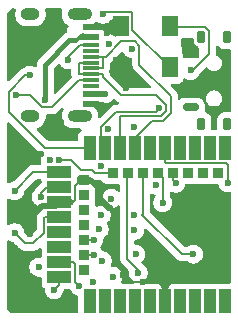
<source format=gbr>
%TF.GenerationSoftware,KiCad,Pcbnew,9.0.0*%
%TF.CreationDate,2025-08-18T16:34:53+09:00*%
%TF.ProjectId,SMORES,534d4f52-4553-42e6-9b69-6361645f7063,rev?*%
%TF.SameCoordinates,Original*%
%TF.FileFunction,Copper,L4,Bot*%
%TF.FilePolarity,Positive*%
%FSLAX46Y46*%
G04 Gerber Fmt 4.6, Leading zero omitted, Abs format (unit mm)*
G04 Created by KiCad (PCBNEW 9.0.0) date 2025-08-18 16:34:53*
%MOMM*%
%LPD*%
G01*
G04 APERTURE LIST*
G04 Aperture macros list*
%AMRoundRect*
0 Rectangle with rounded corners*
0 $1 Rounding radius*
0 $2 $3 $4 $5 $6 $7 $8 $9 X,Y pos of 4 corners*
0 Add a 4 corners polygon primitive as box body*
4,1,4,$2,$3,$4,$5,$6,$7,$8,$9,$2,$3,0*
0 Add four circle primitives for the rounded corners*
1,1,$1+$1,$2,$3*
1,1,$1+$1,$4,$5*
1,1,$1+$1,$6,$7*
1,1,$1+$1,$8,$9*
0 Add four rect primitives between the rounded corners*
20,1,$1+$1,$2,$3,$4,$5,0*
20,1,$1+$1,$4,$5,$6,$7,0*
20,1,$1+$1,$6,$7,$8,$9,0*
20,1,$1+$1,$8,$9,$2,$3,0*%
G04 Aperture macros list end*
%TA.AperFunction,Conductor*%
%ADD10C,0.200000*%
%TD*%
%TA.AperFunction,SMDPad,CuDef*%
%ADD11RoundRect,0.150000X-0.500000X0.150000X-0.500000X-0.150000X0.500000X-0.150000X0.500000X0.150000X0*%
%TD*%
%TA.AperFunction,SMDPad,CuDef*%
%ADD12RoundRect,0.175000X-0.175000X0.350000X-0.175000X-0.350000X0.175000X-0.350000X0.175000X0.350000X0*%
%TD*%
%TA.AperFunction,SMDPad,CuDef*%
%ADD13R,1.350000X1.800000*%
%TD*%
%TA.AperFunction,SMDPad,CuDef*%
%ADD14R,1.450000X0.600000*%
%TD*%
%TA.AperFunction,SMDPad,CuDef*%
%ADD15R,1.450000X0.300000*%
%TD*%
%TA.AperFunction,HeatsinkPad*%
%ADD16O,1.600000X1.000000*%
%TD*%
%TA.AperFunction,HeatsinkPad*%
%ADD17O,2.100000X1.000000*%
%TD*%
%TA.AperFunction,SMDPad,CuDef*%
%ADD18R,1.000000X2.000000*%
%TD*%
%TA.AperFunction,SMDPad,CuDef*%
%ADD19R,2.000000X1.000000*%
%TD*%
%TA.AperFunction,SMDPad,CuDef*%
%ADD20R,0.900000X0.900000*%
%TD*%
%TA.AperFunction,ViaPad*%
%ADD21C,0.600000*%
%TD*%
%TA.AperFunction,Conductor*%
%ADD22C,0.500000*%
%TD*%
%TA.AperFunction,Conductor*%
%ADD23C,0.400000*%
%TD*%
G04 APERTURE END LIST*
D10*
%TO.N,VBUS*%
X172240000Y-78080000D02*
X171796667Y-78080000D01*
X171523042Y-78318571D01*
X171250000Y-78318571D01*
X171250000Y-78178571D01*
X171570000Y-78178571D01*
X172060000Y-77688571D01*
X172240000Y-77688571D01*
X172240000Y-78080000D01*
%TA.AperFunction,Conductor*%
G36*
X172240000Y-78080000D02*
G01*
X171796667Y-78080000D01*
X171523042Y-78318571D01*
X171250000Y-78318571D01*
X171250000Y-78178571D01*
X171570000Y-78178571D01*
X172060000Y-77688571D01*
X172240000Y-77688571D01*
X172240000Y-78080000D01*
G37*
%TD.AperFunction*%
%TO.N,Net-(SW1-A)*%
X181500000Y-78505556D02*
X181850000Y-78850694D01*
X181850000Y-79600000D01*
X180700000Y-79600000D01*
X180500000Y-78450437D01*
X180500000Y-78100000D01*
X181500000Y-78100000D01*
X181500000Y-78505556D01*
%TA.AperFunction,Conductor*%
G36*
X181500000Y-78505556D02*
G01*
X181850000Y-78850694D01*
X181850000Y-79600000D01*
X180700000Y-79600000D01*
X180500000Y-78450437D01*
X180500000Y-78100000D01*
X181500000Y-78100000D01*
X181500000Y-78505556D01*
G37*
%TD.AperFunction*%
%TD*%
D11*
%TO.P,SW1,1,A*%
%TO.N,Net-(SW1-A)*%
X181300000Y-79375000D03*
%TO.P,SW1,2,B*%
%TO.N,GND*%
X181300000Y-82375000D03*
%TO.P,SW1,3,C*%
%TO.N,unconnected-(SW1-C-Pad3)*%
X181300000Y-83875000D03*
D12*
%TO.P,SW1,SH*%
%TO.N,N/C*%
X184350000Y-77950000D03*
X182150000Y-77950000D03*
X184350000Y-85300000D03*
X182150000Y-85300000D03*
%TD*%
D13*
%TO.P,SW3,1,1*%
%TO.N,GND*%
X175325000Y-77000000D03*
%TO.P,SW3,2,2*%
%TO.N,SW0*%
X179475000Y-77000000D03*
%TD*%
%TO.P,SW2,1,1*%
%TO.N,GND*%
X175325000Y-80500000D03*
%TO.P,SW2,2,2*%
%TO.N,RESET*%
X179475000Y-80500000D03*
%TD*%
D14*
%TO.P,J1,A1,GND*%
%TO.N,GND*%
X172795000Y-83580000D03*
%TO.P,J1,A4,VBUS*%
%TO.N,VBUS*%
X172795000Y-82780000D03*
D15*
%TO.P,J1,A5,CC1*%
%TO.N,Net-(J1-CC1)*%
X172795000Y-81580000D03*
%TO.P,J1,A6,D+*%
%TO.N,D+*%
X172795000Y-80580000D03*
%TO.P,J1,A7,D-*%
%TO.N,D-*%
X172795000Y-80080000D03*
%TO.P,J1,A8*%
%TO.N,N/C*%
X172795000Y-79080000D03*
D14*
%TO.P,J1,A9,VBUS*%
%TO.N,VBUS*%
X172795000Y-77880000D03*
%TO.P,J1,A12,GND*%
%TO.N,GND*%
X172795000Y-77080000D03*
%TO.P,J1,B1,GND*%
X172795000Y-77080000D03*
%TO.P,J1,B4,VBUS*%
%TO.N,VBUS*%
X172795000Y-77880000D03*
D15*
%TO.P,J1,B5,CC2*%
%TO.N,Net-(J1-CC2)*%
X172795000Y-78580000D03*
%TO.P,J1,B6,D+*%
%TO.N,D+*%
X172795000Y-79580000D03*
%TO.P,J1,B7,D-*%
%TO.N,D-*%
X172795000Y-81080000D03*
%TO.P,J1,B8*%
%TO.N,N/C*%
X172795000Y-82080000D03*
D14*
%TO.P,J1,B9,VBUS*%
%TO.N,VBUS*%
X172795000Y-82780000D03*
%TO.P,J1,B12,GND*%
%TO.N,GND*%
X172795000Y-83580000D03*
D16*
%TO.P,J1,S1,SHIELD*%
%TO.N,unconnected-(J1-SHIELD-PadS1)_3*%
X167700000Y-84650000D03*
D17*
%TO.N,unconnected-(J1-SHIELD-PadS1)_2*%
X171880000Y-84650000D03*
D16*
%TO.N,unconnected-(J1-SHIELD-PadS1)_1*%
X167700000Y-76010000D03*
D17*
%TO.N,unconnected-(J1-SHIELD-PadS1)*%
X171880000Y-76010000D03*
%TD*%
D18*
%TO.P,U7,1,P1.11*%
%TO.N,unconnected-(U7-P1.11-Pad1)*%
X184170000Y-100300000D03*
%TO.P,U7,2,P1.10*%
%TO.N,unconnected-(U7-P1.10-Pad2)*%
X182900000Y-100300000D03*
%TO.P,U7,3,P0.03/AIN1*%
%TO.N,unconnected-(U7-P0.03{slash}AIN1-Pad3)*%
X181630000Y-100300000D03*
%TO.P,U7,4,P0.28/AIN4*%
%TO.N,unconnected-(U7-P0.28{slash}AIN4-Pad4)*%
X180360000Y-100300000D03*
%TO.P,U7,5,GND*%
%TO.N,GND*%
X179090000Y-100300000D03*
%TO.P,U7,6,P1.13*%
%TO.N,unconnected-(U7-P1.13-Pad6)*%
X177820000Y-100300000D03*
%TO.P,U7,7,P0.02/AIN0*%
%TO.N,unconnected-(U7-P0.02{slash}AIN0-Pad7)*%
X176550000Y-100300000D03*
%TO.P,U7,8,P0.29/AIN5*%
%TO.N,unconnected-(U7-P0.29{slash}AIN5-Pad8)*%
X175280000Y-100300000D03*
%TO.P,U7,9,P0.31/AIN7*%
%TO.N,unconnected-(U7-P0.31{slash}AIN7-Pad9)*%
X174010000Y-100300000D03*
%TO.P,U7,10,P0.30/AIN6*%
%TO.N,unconnected-(U7-P0.30{slash}AIN6-Pad10)*%
X172740000Y-100300000D03*
D19*
%TO.P,U7,11,P0.00/XL1*%
%TO.N,Net-(U7-P0.00{slash}XL1)*%
X170140000Y-98240000D03*
D20*
%TO.P,U7,12,P0.26*%
%TO.N,unconnected-(U7-P0.26-Pad12)*%
X172240000Y-97610000D03*
D19*
%TO.P,U7,13,P0.01/XL2*%
%TO.N,Net-(U7-P0.01{slash}XL2)*%
X170140000Y-96970000D03*
D20*
%TO.P,U7,14,P0.06*%
%TO.N,SDA*%
X172240000Y-96340000D03*
D19*
%TO.P,U7,15,P0.05/AIN3*%
%TO.N,unconnected-(U7-P0.05{slash}AIN3-Pad15)*%
X170140000Y-95700000D03*
D20*
%TO.P,U7,16,P0.08*%
%TO.N,SCL*%
X172240000Y-95070000D03*
D19*
%TO.P,U7,17,P1.09*%
%TO.N,unconnected-(U7-P1.09-Pad17)*%
X170140000Y-94430000D03*
D20*
%TO.P,U7,18,P0.04/AIN2*%
%TO.N,unconnected-(U7-P0.04{slash}AIN2-Pad18)*%
X172240000Y-93800000D03*
D19*
%TO.P,U7,19,VDD*%
%TO.N,VDD_NRF*%
X170140000Y-93160000D03*
D20*
%TO.P,U7,20,P0.12*%
%TO.N,unconnected-(U7-P0.12-Pad20)*%
X172240000Y-92530000D03*
D19*
%TO.P,U7,21,GND*%
%TO.N,GND*%
X170140000Y-91890000D03*
D20*
%TO.P,U7,22,P0.07*%
%TO.N,unconnected-(U7-P0.07-Pad22)*%
X172240000Y-91260000D03*
D19*
%TO.P,U7,23,VDDH*%
%TO.N,VDDH*%
X170140000Y-90620000D03*
D20*
%TO.P,U7,24,GND*%
%TO.N,GND*%
X172240000Y-89990000D03*
D19*
%TO.P,U7,25,DCCH*%
%TO.N,Net-(U7-DCCH)*%
X170140000Y-89350000D03*
D18*
%TO.P,U7,26,P0.18/~{RESET}*%
%TO.N,RESET*%
X172740000Y-87300000D03*
%TO.P,U7,27,VBUS*%
%TO.N,VBUS*%
X174010000Y-87300000D03*
D20*
%TO.P,U7,28,P0.15*%
%TO.N,BLED*%
X174645000Y-89400000D03*
D18*
%TO.P,U7,29,D-*%
%TO.N,D-*%
X175280000Y-87300000D03*
D20*
%TO.P,U7,30,P0.17*%
%TO.N,INT1*%
X175915000Y-89400000D03*
D18*
%TO.P,U7,31,D+*%
%TO.N,D+*%
X176550000Y-87300000D03*
D20*
%TO.P,U7,32,P0.20*%
%TO.N,CLK_CTL*%
X177185000Y-89400000D03*
D18*
%TO.P,U7,33,P0.13*%
%TO.N,POWER_PIN*%
X177820000Y-87300000D03*
D20*
%TO.P,U7,34,P0.22*%
%TO.N,CS*%
X178455000Y-89400000D03*
D18*
%TO.P,U7,35,P0.24*%
%TO.N,SDO*%
X179090000Y-87300000D03*
D20*
%TO.P,U7,36,P1.00*%
%TO.N,SW0*%
X179725000Y-89400000D03*
D18*
%TO.P,U7,37,SWDIO*%
%TO.N,SWD*%
X180360000Y-87300000D03*
D20*
%TO.P,U7,38,P1.02*%
%TO.N,unconnected-(U7-P1.02-Pad38)*%
X180995000Y-89400000D03*
D18*
%TO.P,U7,39,SWDCLK*%
%TO.N,SWC*%
X181630000Y-87300000D03*
D20*
%TO.P,U7,40,P1.04*%
%TO.N,unconnected-(U7-P1.04-Pad40)*%
X182265000Y-89400000D03*
D18*
%TO.P,U7,41,P0.09/NFC1*%
%TO.N,unconnected-(U7-P0.09{slash}NFC1-Pad41)*%
X182900000Y-87300000D03*
D20*
%TO.P,U7,42,P1.06*%
%TO.N,unconnected-(U7-P1.06-Pad42)*%
X183535000Y-89400000D03*
D18*
%TO.P,U7,43,P0.10/NFC2*%
%TO.N,unconnected-(U7-P0.10{slash}NFC2-Pad43)*%
X184170000Y-87300000D03*
%TD*%
D21*
%TO.N,VDDH*%
X176500000Y-85550000D03*
X168600000Y-91450000D03*
%TO.N,GND*%
X174200000Y-77600000D03*
X175750000Y-82250000D03*
X176500000Y-93000000D03*
X170300000Y-85100000D03*
X181850000Y-93850000D03*
X179450000Y-98250000D03*
X184050000Y-81750000D03*
X167350000Y-79500000D03*
X180750000Y-98250000D03*
X180100000Y-98250000D03*
X166650000Y-78100000D03*
X167650000Y-87850000D03*
X166650000Y-79500000D03*
X183350000Y-81750000D03*
X168050000Y-78100000D03*
X174300000Y-85750000D03*
X184350000Y-95400000D03*
X175500000Y-98100000D03*
X181850000Y-93100000D03*
X181400000Y-98250000D03*
X184350000Y-96800000D03*
X168050000Y-79500000D03*
X168050000Y-78800000D03*
X167150000Y-96500000D03*
X170900000Y-80950000D03*
X167150000Y-99850000D03*
X168450000Y-100650000D03*
X182650000Y-81750000D03*
X181850000Y-94550000D03*
X167677088Y-94577088D03*
X166650000Y-78800000D03*
X166400000Y-95800000D03*
X183250000Y-85350000D03*
X168600000Y-87850000D03*
X166400000Y-97200000D03*
X184350000Y-97500000D03*
X177250000Y-98650000D03*
X173750000Y-83650000D03*
X167350000Y-78800000D03*
X167350000Y-78100000D03*
X184350000Y-96100000D03*
X166400000Y-99850000D03*
X174425735Y-92425735D03*
X166400000Y-96500000D03*
%TO.N,VBUS*%
X174025000Y-82725000D03*
X178582318Y-83968243D03*
X174550000Y-91600000D03*
X168950000Y-83250000D03*
%TO.N,Net-(U7-P0.01{slash}XL2)*%
X171800000Y-99000000D03*
%TO.N,Net-(U7-P0.00{slash}XL1)*%
X169700000Y-99300000D03*
%TO.N,Net-(U7-DCCH)*%
X166350000Y-90950000D03*
%TO.N,VDD_NRF*%
X166350000Y-94500000D03*
%TO.N,+3V3*%
X176500000Y-94290500D03*
X173700000Y-93000000D03*
X169350000Y-88300000D03*
X173000000Y-98700000D03*
X174700000Y-98200000D03*
X176600000Y-96300000D03*
X168400000Y-97400000D03*
%TO.N,BLED*%
X170148437Y-88349998D03*
%TO.N,Net-(J1-CC1)*%
X166450000Y-82800000D03*
%TO.N,Net-(J1-CC2)*%
X170900000Y-79850000D03*
%TO.N,Net-(JP1-B)*%
X178300000Y-90450000D03*
X176300000Y-78900000D03*
%TO.N,Net-(JP1-A)*%
X173650000Y-88850000D03*
X174350000Y-78500000D03*
%TO.N,SDO*%
X173775000Y-96875000D03*
X184400000Y-90250000D03*
%TO.N,SDA*%
X173050000Y-96350000D03*
%TO.N,CS*%
X173517250Y-94182750D03*
X178891051Y-91947017D03*
%TO.N,SCL*%
X173070000Y-95070000D03*
%TO.N,RESET*%
X173850000Y-76000000D03*
X167650000Y-81150000D03*
%TO.N,SW0*%
X181250000Y-80750000D03*
X180000000Y-90300000D03*
%TO.N,INT1*%
X176820000Y-97880000D03*
%TO.N,CLK_CTL*%
X181500000Y-96300000D03*
%TO.N,Net-(SW1-A)*%
X181300000Y-78350000D03*
X180700000Y-78350000D03*
%TD*%
D10*
%TO.N,VDDH*%
X169130000Y-90620000D02*
X170140000Y-90620000D01*
X168600000Y-91450000D02*
X168600000Y-91150000D01*
X168600000Y-91150000D02*
X169130000Y-90620000D01*
D22*
%TO.N,GND*%
X168689000Y-92209000D02*
X167677088Y-93220912D01*
X173550000Y-91662075D02*
X173550000Y-90768000D01*
D10*
X171340000Y-91890000D02*
X171489000Y-91741000D01*
D22*
X173550000Y-90768000D02*
X172772000Y-89990000D01*
X172795000Y-77080000D02*
X173922000Y-77080000D01*
X169821000Y-92209000D02*
X168689000Y-92209000D01*
X167677088Y-93220912D02*
X167677088Y-94577088D01*
X174200000Y-77358000D02*
X174200000Y-77600000D01*
D10*
X175800000Y-98100000D02*
X175500000Y-98100000D01*
D22*
X172772000Y-89990000D02*
X172240000Y-89990000D01*
X170140000Y-91890000D02*
X169821000Y-92209000D01*
D10*
X171489000Y-91741000D02*
X171489000Y-90509000D01*
X170140000Y-91890000D02*
X171340000Y-91890000D01*
D22*
X174313660Y-92425735D02*
X173550000Y-91662075D01*
X173922000Y-77080000D02*
X174200000Y-77358000D01*
D10*
X176350000Y-98650000D02*
X175800000Y-98100000D01*
X171489000Y-90509000D02*
X172008000Y-89990000D01*
X172008000Y-89990000D02*
X172240000Y-89990000D01*
X177250000Y-98650000D02*
X176350000Y-98650000D01*
D22*
X174425735Y-92425735D02*
X174313660Y-92425735D01*
D23*
%TO.N,VBUS*%
X168950000Y-83250000D02*
X168950000Y-80262570D01*
D10*
X171866008Y-77880000D02*
X171630008Y-78116000D01*
X178300561Y-84250000D02*
X174950057Y-84250000D01*
X173699000Y-85501057D02*
X173699000Y-86989000D01*
X174950057Y-84250000D02*
X173699000Y-85501057D01*
D23*
X170996570Y-78216000D02*
X171473480Y-78216000D01*
D10*
X178582318Y-83968243D02*
X178300561Y-84250000D01*
X168950000Y-80300000D02*
X168950000Y-83250000D01*
D23*
X168950000Y-80262570D02*
X170996570Y-78216000D01*
D22*
X173970000Y-82780000D02*
X174025000Y-82725000D01*
D10*
X171630008Y-78116000D02*
X171134000Y-78116000D01*
D22*
X172795000Y-82780000D02*
X173970000Y-82780000D01*
D10*
X173699000Y-86989000D02*
X174010000Y-87300000D01*
X171134000Y-78116000D02*
X168950000Y-80300000D01*
X172795000Y-77880000D02*
X171866008Y-77880000D01*
%TO.N,Net-(U7-P0.01{slash}XL2)*%
X171467250Y-98667250D02*
X171800000Y-99000000D01*
X171467250Y-97119000D02*
X171467250Y-98667250D01*
X171318250Y-96970000D02*
X171467250Y-97119000D01*
X170118250Y-96970000D02*
X171318250Y-96970000D01*
%TO.N,Net-(U7-P0.00{slash}XL1)*%
X170118250Y-98881750D02*
X169700000Y-99300000D01*
X170118250Y-98240000D02*
X170118250Y-98881750D01*
%TO.N,Net-(U7-DCCH)*%
X167950000Y-89350000D02*
X170140000Y-89350000D01*
X166350000Y-90950000D02*
X167950000Y-89350000D01*
%TO.N,VDD_NRF*%
X168839000Y-94511000D02*
X168839000Y-93261000D01*
X168839000Y-93261000D02*
X168940000Y-93160000D01*
X168940000Y-93160000D02*
X170140000Y-93160000D01*
X166350000Y-94500000D02*
X167250000Y-95400000D01*
X167950000Y-95400000D02*
X168839000Y-94511000D01*
X167250000Y-95400000D02*
X167950000Y-95400000D01*
%TO.N,BLED*%
X171149998Y-88349998D02*
X171951000Y-89151000D01*
X171951000Y-89151000D02*
X172870898Y-89151000D01*
X170148437Y-88349998D02*
X171149998Y-88349998D01*
X172870898Y-89151000D02*
X173170898Y-89451000D01*
X174594000Y-89451000D02*
X174645000Y-89400000D01*
X173170898Y-89451000D02*
X174594000Y-89451000D01*
%TO.N,Net-(J1-CC1)*%
X172795000Y-81580000D02*
X171818000Y-81580000D01*
X168701057Y-83851000D02*
X167650057Y-82800000D01*
X169547000Y-83851000D02*
X168701057Y-83851000D01*
X171818000Y-81580000D02*
X169547000Y-83851000D01*
X167650057Y-82800000D02*
X166450000Y-82800000D01*
%TO.N,Net-(J1-CC2)*%
X171910000Y-78580000D02*
X170900000Y-79590000D01*
X170900000Y-79590000D02*
X170900000Y-79850000D01*
X172795000Y-78580000D02*
X171910000Y-78580000D01*
%TO.N,D-*%
X172795000Y-80080000D02*
X171818000Y-80080000D01*
X173821000Y-81321000D02*
X173821000Y-81129000D01*
X179183318Y-83682318D02*
X178352000Y-82851000D01*
X173772000Y-81080000D02*
X172795000Y-81080000D01*
X178352000Y-82851000D02*
X175351000Y-82851000D01*
X173821000Y-81129000D02*
X173772000Y-81080000D01*
X171818000Y-80080000D02*
X171769000Y-80129000D01*
X171769000Y-80129000D02*
X171769000Y-81031000D01*
X178749504Y-84651000D02*
X179183318Y-84217186D01*
X175351000Y-82851000D02*
X173821000Y-81321000D01*
X171769000Y-81031000D02*
X171818000Y-81080000D01*
X175280000Y-87300000D02*
X175280000Y-84651000D01*
X179183318Y-84217186D02*
X179183318Y-83682318D01*
X171818000Y-81080000D02*
X172795000Y-81080000D01*
X175280000Y-84651000D02*
X178749504Y-84651000D01*
%TO.N,D+*%
X173821000Y-80531000D02*
X173772000Y-80580000D01*
X175400943Y-78299000D02*
X174070943Y-79629000D01*
X176901000Y-78651057D02*
X176548943Y-78299000D01*
X176550000Y-86468000D02*
X177966000Y-85052000D01*
X176548943Y-78299000D02*
X175400943Y-78299000D01*
X173821000Y-79629000D02*
X173821000Y-80531000D01*
X174070943Y-79629000D02*
X173821000Y-79629000D01*
X173772000Y-80580000D02*
X172795000Y-80580000D01*
X179584318Y-84383286D02*
X179584318Y-82933318D01*
X172795000Y-79580000D02*
X173772000Y-79580000D01*
X177966000Y-85052000D02*
X178915604Y-85052000D01*
X178915604Y-85052000D02*
X179584318Y-84383286D01*
X176901000Y-80250000D02*
X176901000Y-78651057D01*
X179584318Y-82933318D02*
X176901000Y-80250000D01*
X176550000Y-87300000D02*
X176550000Y-86468000D01*
X173772000Y-79580000D02*
X173821000Y-79629000D01*
%TO.N,SDO*%
X179192000Y-88602000D02*
X184239000Y-88602000D01*
X184400000Y-88763000D02*
X184400000Y-90250000D01*
X179090000Y-87300000D02*
X179090000Y-88500000D01*
X179090000Y-88500000D02*
X179192000Y-88602000D01*
X184239000Y-88602000D02*
X184400000Y-88763000D01*
%TO.N,SDA*%
X173040000Y-96340000D02*
X173050000Y-96350000D01*
X172218250Y-96340000D02*
X173040000Y-96340000D01*
%TO.N,CS*%
X178900000Y-91938068D02*
X178900000Y-90900000D01*
X178901000Y-90899000D02*
X178901000Y-89846000D01*
X178900000Y-90900000D02*
X178901000Y-90899000D01*
X178891051Y-91947017D02*
X178900000Y-91938068D01*
X178901000Y-89846000D02*
X178455000Y-89400000D01*
%TO.N,SCL*%
X172218250Y-95070000D02*
X173070000Y-95070000D01*
%TO.N,RESET*%
X176301000Y-75799000D02*
X174051000Y-75799000D01*
X165849000Y-84231785D02*
X165849000Y-82551057D01*
X165849000Y-82551057D02*
X167250057Y-81150000D01*
X167250057Y-81150000D02*
X167650000Y-81150000D01*
X167650000Y-81150000D02*
X167700000Y-81150000D01*
X174051000Y-75799000D02*
X173850000Y-76000000D01*
X179475000Y-80500000D02*
X176301000Y-77326000D01*
X172740000Y-87300000D02*
X168917215Y-87300000D01*
X176301000Y-77326000D02*
X176301000Y-75799000D01*
X168917215Y-87300000D02*
X165849000Y-84231785D01*
%TO.N,SW0*%
X181500000Y-80700000D02*
X181266968Y-80700000D01*
X179725000Y-90025000D02*
X180000000Y-90300000D01*
X179725000Y-89400000D02*
X179725000Y-90025000D01*
X182503014Y-77100000D02*
X182801000Y-77397986D01*
X182801000Y-77397986D02*
X182801000Y-79399000D01*
X179575000Y-77100000D02*
X182503014Y-77100000D01*
X182801000Y-79399000D02*
X181500000Y-80700000D01*
X179475000Y-77000000D02*
X179575000Y-77100000D01*
%TO.N,INT1*%
X176820000Y-97880000D02*
X176820000Y-97620000D01*
X175893250Y-96693250D02*
X175893250Y-89400000D01*
X176820000Y-97620000D02*
X175893250Y-96693250D01*
%TO.N,CLK_CTL*%
X177163250Y-92963250D02*
X180500000Y-96300000D01*
X177185000Y-92941500D02*
X177185000Y-89400000D01*
X180500000Y-96300000D02*
X181500000Y-96300000D01*
X177163250Y-92963250D02*
X177185000Y-92941500D01*
%TD*%
%TA.AperFunction,Conductor*%
%TO.N,GND*%
G36*
X165893391Y-95157657D02*
G01*
X165970821Y-95209394D01*
X165970823Y-95209395D01*
X165970827Y-95209397D01*
X166094828Y-95260759D01*
X166116503Y-95269737D01*
X166181147Y-95282595D01*
X166271849Y-95300638D01*
X166333760Y-95333023D01*
X166335339Y-95334574D01*
X166765139Y-95764374D01*
X166765149Y-95764385D01*
X166769479Y-95768715D01*
X166769480Y-95768716D01*
X166881284Y-95880520D01*
X166951088Y-95920821D01*
X167018215Y-95959577D01*
X167170942Y-96000500D01*
X167170943Y-96000500D01*
X167863331Y-96000500D01*
X167863347Y-96000501D01*
X167870943Y-96000501D01*
X168029054Y-96000501D01*
X168029057Y-96000501D01*
X168181785Y-95959577D01*
X168248912Y-95920821D01*
X168318716Y-95880520D01*
X168427822Y-95771413D01*
X168489141Y-95737931D01*
X168558833Y-95742915D01*
X168614767Y-95784786D01*
X168639184Y-95850250D01*
X168639500Y-95859097D01*
X168639500Y-96247870D01*
X168639501Y-96247876D01*
X168646738Y-96315196D01*
X168646404Y-96315231D01*
X168648732Y-96343083D01*
X168647792Y-96357467D01*
X168645909Y-96362517D01*
X168639500Y-96422127D01*
X168639500Y-96484403D01*
X168639236Y-96488445D01*
X168628563Y-96517605D01*
X168619815Y-96547401D01*
X168616658Y-96550135D01*
X168615223Y-96554059D01*
X168590475Y-96572823D01*
X168567011Y-96593156D01*
X168562877Y-96593750D01*
X168559549Y-96596274D01*
X168528593Y-96598679D01*
X168497853Y-96603100D01*
X168491310Y-96601980D01*
X168478842Y-96599500D01*
X168321158Y-96599500D01*
X168321155Y-96599500D01*
X168166510Y-96630261D01*
X168166498Y-96630264D01*
X168020827Y-96690602D01*
X168020814Y-96690609D01*
X167889711Y-96778210D01*
X167889707Y-96778213D01*
X167778213Y-96889707D01*
X167778210Y-96889711D01*
X167690609Y-97020814D01*
X167690602Y-97020827D01*
X167630264Y-97166498D01*
X167630261Y-97166510D01*
X167599500Y-97321153D01*
X167599500Y-97478846D01*
X167630261Y-97633489D01*
X167630264Y-97633501D01*
X167690602Y-97779172D01*
X167690609Y-97779185D01*
X167778210Y-97910288D01*
X167778213Y-97910292D01*
X167889707Y-98021786D01*
X167889711Y-98021789D01*
X168020814Y-98109390D01*
X168020827Y-98109397D01*
X168160499Y-98167250D01*
X168166503Y-98169737D01*
X168308695Y-98198021D01*
X168321153Y-98200499D01*
X168321156Y-98200500D01*
X168321158Y-98200500D01*
X168478843Y-98200500D01*
X168483474Y-98199578D01*
X168491304Y-98198021D01*
X168560895Y-98204245D01*
X168616074Y-98247106D01*
X168639322Y-98312994D01*
X168639500Y-98319637D01*
X168639500Y-98787870D01*
X168639501Y-98787876D01*
X168645908Y-98847483D01*
X168696202Y-98982328D01*
X168696206Y-98982335D01*
X168765358Y-99074709D01*
X168782454Y-99097546D01*
X168849811Y-99147970D01*
X168891682Y-99203903D01*
X168899500Y-99247236D01*
X168899500Y-99378846D01*
X168930261Y-99533489D01*
X168930264Y-99533501D01*
X168990602Y-99679172D01*
X168990609Y-99679185D01*
X169078210Y-99810288D01*
X169078213Y-99810292D01*
X169189707Y-99921786D01*
X169189711Y-99921789D01*
X169320814Y-100009390D01*
X169320827Y-100009397D01*
X169466498Y-100069735D01*
X169466503Y-100069737D01*
X169621153Y-100100499D01*
X169621156Y-100100500D01*
X169621158Y-100100500D01*
X169778844Y-100100500D01*
X169778845Y-100100499D01*
X169933497Y-100069737D01*
X170079179Y-100009394D01*
X170210289Y-99921789D01*
X170321789Y-99810289D01*
X170409394Y-99679179D01*
X170469737Y-99533497D01*
X170500500Y-99378842D01*
X170500500Y-99378840D01*
X170500637Y-99378152D01*
X170509402Y-99361394D01*
X170513423Y-99342913D01*
X170532163Y-99317879D01*
X170533021Y-99316241D01*
X170534464Y-99314772D01*
X170572421Y-99276815D01*
X170633745Y-99243332D01*
X170660100Y-99240499D01*
X170950309Y-99240499D01*
X171017348Y-99260184D01*
X171063103Y-99312988D01*
X171064870Y-99317047D01*
X171090602Y-99379172D01*
X171090609Y-99379185D01*
X171178210Y-99510288D01*
X171178213Y-99510292D01*
X171289707Y-99621786D01*
X171289711Y-99621789D01*
X171420814Y-99709390D01*
X171420827Y-99709397D01*
X171566498Y-99769735D01*
X171566503Y-99769737D01*
X171639692Y-99784295D01*
X171701602Y-99816679D01*
X171736176Y-99877395D01*
X171739500Y-99905912D01*
X171739501Y-101175500D01*
X171719816Y-101242539D01*
X171667013Y-101288294D01*
X171615501Y-101299500D01*
X166158676Y-101299500D01*
X166091637Y-101279815D01*
X166070995Y-101263181D01*
X165736819Y-100929005D01*
X165703334Y-100867682D01*
X165700500Y-100841324D01*
X165700500Y-95260759D01*
X165720185Y-95193720D01*
X165772989Y-95147965D01*
X165842147Y-95138021D01*
X165893391Y-95157657D01*
G37*
%TD.AperFunction*%
%TA.AperFunction,Conductor*%
G36*
X182943327Y-90331338D02*
G01*
X182977517Y-90344091D01*
X183037127Y-90350500D01*
X183502043Y-90350499D01*
X183569082Y-90370183D01*
X183614837Y-90422987D01*
X183623660Y-90450305D01*
X183630262Y-90483494D01*
X183630264Y-90483501D01*
X183690602Y-90629172D01*
X183690609Y-90629185D01*
X183778210Y-90760288D01*
X183778213Y-90760292D01*
X183889707Y-90871786D01*
X183889711Y-90871789D01*
X184020814Y-90959390D01*
X184020827Y-90959397D01*
X184166498Y-91019735D01*
X184166503Y-91019737D01*
X184321153Y-91050499D01*
X184321156Y-91050500D01*
X184321158Y-91050500D01*
X184478843Y-91050500D01*
X184494564Y-91047372D01*
X184551309Y-91036085D01*
X184620899Y-91042312D01*
X184676077Y-91085174D01*
X184699322Y-91151063D01*
X184699500Y-91157702D01*
X184699500Y-98675500D01*
X184679815Y-98742539D01*
X184627011Y-98788294D01*
X184575500Y-98799500D01*
X183622129Y-98799500D01*
X183622123Y-98799501D01*
X183554804Y-98806738D01*
X183554690Y-98805674D01*
X183515310Y-98805674D01*
X183515196Y-98806738D01*
X183447883Y-98799501D01*
X183447881Y-98799500D01*
X183447873Y-98799500D01*
X183447864Y-98799500D01*
X182352129Y-98799500D01*
X182352123Y-98799501D01*
X182284804Y-98806738D01*
X182284690Y-98805674D01*
X182245310Y-98805674D01*
X182245196Y-98806738D01*
X182177883Y-98799501D01*
X182177881Y-98799500D01*
X182177873Y-98799500D01*
X182177864Y-98799500D01*
X181082129Y-98799500D01*
X181082123Y-98799501D01*
X181014804Y-98806738D01*
X181014690Y-98805674D01*
X180975310Y-98805674D01*
X180975196Y-98806738D01*
X180907883Y-98799501D01*
X180907881Y-98799500D01*
X180907873Y-98799500D01*
X180907864Y-98799500D01*
X179812129Y-98799500D01*
X179812123Y-98799501D01*
X179752516Y-98805908D01*
X179617671Y-98856202D01*
X179617664Y-98856206D01*
X179502455Y-98942452D01*
X179502452Y-98942455D01*
X179416206Y-99057664D01*
X179416202Y-99057671D01*
X179365908Y-99192517D01*
X179359501Y-99252116D01*
X179359501Y-99252123D01*
X179359500Y-99252135D01*
X179359501Y-101175500D01*
X179339816Y-101242539D01*
X179287013Y-101288294D01*
X179235501Y-101299500D01*
X178944500Y-101299500D01*
X178877461Y-101279815D01*
X178831706Y-101227011D01*
X178820500Y-101175500D01*
X178820499Y-99252129D01*
X178820498Y-99252123D01*
X178820497Y-99252116D01*
X178814091Y-99192517D01*
X178810838Y-99183796D01*
X178763797Y-99057671D01*
X178763793Y-99057664D01*
X178677547Y-98942455D01*
X178677544Y-98942452D01*
X178562335Y-98856206D01*
X178562328Y-98856202D01*
X178427482Y-98805908D01*
X178427483Y-98805908D01*
X178367883Y-98799501D01*
X178367881Y-98799500D01*
X178367873Y-98799500D01*
X178367865Y-98799500D01*
X177293505Y-98799500D01*
X177226466Y-98779815D01*
X177180711Y-98727011D01*
X177170767Y-98657853D01*
X177199792Y-98594297D01*
X177224609Y-98572401D01*
X177330289Y-98501789D01*
X177441789Y-98390289D01*
X177529394Y-98259179D01*
X177589737Y-98113497D01*
X177620500Y-97958842D01*
X177620500Y-97801158D01*
X177620500Y-97801155D01*
X177620499Y-97801153D01*
X177589738Y-97646506D01*
X177589735Y-97646498D01*
X177529397Y-97500827D01*
X177529390Y-97500814D01*
X177441789Y-97369711D01*
X177441786Y-97369707D01*
X177330289Y-97258210D01*
X177271603Y-97218998D01*
X177252818Y-97203582D01*
X177188716Y-97139480D01*
X177188713Y-97139478D01*
X177128338Y-97079103D01*
X177094853Y-97017780D01*
X177099837Y-96948088D01*
X177128338Y-96903741D01*
X177221786Y-96810292D01*
X177221789Y-96810289D01*
X177309394Y-96679179D01*
X177369737Y-96533497D01*
X177400500Y-96378842D01*
X177400500Y-96221158D01*
X177400500Y-96221155D01*
X177400499Y-96221153D01*
X177369737Y-96066503D01*
X177343060Y-96002099D01*
X177309397Y-95920827D01*
X177309390Y-95920814D01*
X177221789Y-95789711D01*
X177221786Y-95789707D01*
X177110292Y-95678213D01*
X177110288Y-95678210D01*
X176979185Y-95590609D01*
X176979172Y-95590602D01*
X176833501Y-95530264D01*
X176833489Y-95530261D01*
X176678845Y-95499500D01*
X176678842Y-95499500D01*
X176617750Y-95499500D01*
X176609064Y-95496949D01*
X176600103Y-95498238D01*
X176576062Y-95487259D01*
X176550711Y-95479815D01*
X176544783Y-95472974D01*
X176536547Y-95469213D01*
X176522257Y-95446978D01*
X176504956Y-95427011D01*
X176502668Y-95416496D01*
X176498773Y-95410435D01*
X176493750Y-95375500D01*
X176493750Y-95209690D01*
X176513435Y-95142651D01*
X176566239Y-95096896D01*
X176593559Y-95088073D01*
X176651109Y-95076625D01*
X176733497Y-95060237D01*
X176879179Y-94999894D01*
X177010289Y-94912289D01*
X177121789Y-94800789D01*
X177209394Y-94669679D01*
X177269737Y-94523997D01*
X177300500Y-94369342D01*
X177300500Y-94249097D01*
X177320185Y-94182058D01*
X177372989Y-94136303D01*
X177442147Y-94126359D01*
X177505703Y-94155384D01*
X177512181Y-94161416D01*
X180015139Y-96664374D01*
X180015149Y-96664385D01*
X180019479Y-96668715D01*
X180019480Y-96668716D01*
X180131284Y-96780520D01*
X180131286Y-96780521D01*
X180131290Y-96780524D01*
X180200562Y-96820518D01*
X180200566Y-96820519D01*
X180200567Y-96820520D01*
X180234391Y-96840048D01*
X180268212Y-96859576D01*
X180268214Y-96859576D01*
X180268215Y-96859577D01*
X180420943Y-96900500D01*
X180920234Y-96900500D01*
X180987273Y-96920185D01*
X180989125Y-96921398D01*
X181120814Y-97009390D01*
X181120827Y-97009397D01*
X181247725Y-97061959D01*
X181266503Y-97069737D01*
X181421153Y-97100499D01*
X181421156Y-97100500D01*
X181421158Y-97100500D01*
X181578844Y-97100500D01*
X181578845Y-97100499D01*
X181733497Y-97069737D01*
X181851592Y-97020821D01*
X181879172Y-97009397D01*
X181879172Y-97009396D01*
X181879179Y-97009394D01*
X182010289Y-96921789D01*
X182121789Y-96810289D01*
X182209394Y-96679179D01*
X182269737Y-96533497D01*
X182300500Y-96378842D01*
X182300500Y-96221158D01*
X182300500Y-96221155D01*
X182300499Y-96221153D01*
X182269737Y-96066503D01*
X182243060Y-96002099D01*
X182209397Y-95920827D01*
X182209390Y-95920814D01*
X182121789Y-95789711D01*
X182121786Y-95789707D01*
X182010292Y-95678213D01*
X182010288Y-95678210D01*
X181879185Y-95590609D01*
X181879172Y-95590602D01*
X181733501Y-95530264D01*
X181733489Y-95530261D01*
X181578845Y-95499500D01*
X181578842Y-95499500D01*
X181421158Y-95499500D01*
X181421155Y-95499500D01*
X181266510Y-95530261D01*
X181266498Y-95530264D01*
X181120827Y-95590602D01*
X181120814Y-95590609D01*
X180989125Y-95678602D01*
X180971078Y-95684252D01*
X180955169Y-95694477D01*
X180924207Y-95698928D01*
X180922447Y-95699480D01*
X180920234Y-95699500D01*
X180800097Y-95699500D01*
X180733058Y-95679815D01*
X180712416Y-95663181D01*
X177821819Y-92772584D01*
X177788334Y-92711261D01*
X177785500Y-92684903D01*
X177785500Y-91288921D01*
X177805185Y-91221882D01*
X177857989Y-91176127D01*
X177927147Y-91166183D01*
X177956953Y-91174360D01*
X178066503Y-91219737D01*
X178135548Y-91233471D01*
X178191440Y-91244589D01*
X178253351Y-91276974D01*
X178287925Y-91337689D01*
X178284186Y-91407459D01*
X178270351Y-91435097D01*
X178181660Y-91567831D01*
X178181653Y-91567844D01*
X178121315Y-91713515D01*
X178121312Y-91713527D01*
X178090551Y-91868170D01*
X178090551Y-92025863D01*
X178121312Y-92180506D01*
X178121315Y-92180518D01*
X178181653Y-92326189D01*
X178181660Y-92326202D01*
X178269261Y-92457305D01*
X178269264Y-92457309D01*
X178380758Y-92568803D01*
X178380762Y-92568806D01*
X178511865Y-92656407D01*
X178511878Y-92656414D01*
X178657549Y-92716752D01*
X178657554Y-92716754D01*
X178755642Y-92736265D01*
X178812204Y-92747516D01*
X178812207Y-92747517D01*
X178812209Y-92747517D01*
X178969895Y-92747517D01*
X178969896Y-92747516D01*
X179124548Y-92716754D01*
X179270230Y-92656411D01*
X179401340Y-92568806D01*
X179512840Y-92457306D01*
X179600445Y-92326196D01*
X179660788Y-92180514D01*
X179691551Y-92025859D01*
X179691551Y-91868175D01*
X179691551Y-91868172D01*
X179691550Y-91868170D01*
X179669610Y-91757872D01*
X179660788Y-91713520D01*
X179653965Y-91697047D01*
X179600448Y-91567844D01*
X179600441Y-91567831D01*
X179521398Y-91449535D01*
X179515747Y-91431488D01*
X179505523Y-91415579D01*
X179501071Y-91384617D01*
X179500520Y-91382857D01*
X179500500Y-91380644D01*
X179500500Y-91145134D01*
X179520185Y-91078095D01*
X179572989Y-91032340D01*
X179642147Y-91022396D01*
X179671950Y-91030572D01*
X179766503Y-91069737D01*
X179921153Y-91100499D01*
X179921156Y-91100500D01*
X179921158Y-91100500D01*
X180078844Y-91100500D01*
X180078845Y-91100499D01*
X180233497Y-91069737D01*
X180379179Y-91009394D01*
X180510289Y-90921789D01*
X180621789Y-90810289D01*
X180709394Y-90679179D01*
X180769737Y-90533497D01*
X180781884Y-90472431D01*
X180786285Y-90450308D01*
X180818670Y-90388397D01*
X180879386Y-90353823D01*
X180907902Y-90350499D01*
X181492871Y-90350499D01*
X181492872Y-90350499D01*
X181552483Y-90344091D01*
X181586667Y-90331340D01*
X181656358Y-90326357D01*
X181673327Y-90331338D01*
X181707517Y-90344091D01*
X181767127Y-90350500D01*
X182762872Y-90350499D01*
X182822483Y-90344091D01*
X182856667Y-90331340D01*
X182926358Y-90326357D01*
X182943327Y-90331338D01*
G37*
%TD.AperFunction*%
%TA.AperFunction,Conductor*%
G36*
X175212084Y-92172509D02*
G01*
X175268017Y-92214381D01*
X175292434Y-92279845D01*
X175292750Y-92288691D01*
X175292750Y-96606580D01*
X175292749Y-96606598D01*
X175292749Y-96772304D01*
X175292748Y-96772304D01*
X175333673Y-96925035D01*
X175350305Y-96953842D01*
X175350304Y-96953842D01*
X175350305Y-96953843D01*
X175412725Y-97061959D01*
X175412731Y-97061967D01*
X175531599Y-97180835D01*
X175531605Y-97180840D01*
X175994603Y-97643838D01*
X176028088Y-97705161D01*
X176028540Y-97755709D01*
X176019500Y-97801159D01*
X176019500Y-97958846D01*
X176050261Y-98113489D01*
X176050264Y-98113501D01*
X176110602Y-98259172D01*
X176110609Y-98259185D01*
X176198210Y-98390288D01*
X176198213Y-98390292D01*
X176309707Y-98501786D01*
X176309711Y-98501789D01*
X176415384Y-98572398D01*
X176460189Y-98626010D01*
X176468896Y-98695335D01*
X176438742Y-98758363D01*
X176379298Y-98795082D01*
X176346493Y-98799500D01*
X176002130Y-98799500D01*
X176002123Y-98799501D01*
X175934804Y-98806738D01*
X175934690Y-98805674D01*
X175895310Y-98805674D01*
X175895196Y-98806738D01*
X175827883Y-98799501D01*
X175827881Y-98799500D01*
X175827873Y-98799500D01*
X175827865Y-98799500D01*
X175494168Y-98799500D01*
X175427129Y-98779815D01*
X175381374Y-98727011D01*
X175371430Y-98657853D01*
X175391067Y-98606608D01*
X175409389Y-98579187D01*
X175409390Y-98579184D01*
X175409394Y-98579179D01*
X175469737Y-98433497D01*
X175500500Y-98278842D01*
X175500500Y-98121158D01*
X175500500Y-98121155D01*
X175500499Y-98121153D01*
X175480734Y-98021789D01*
X175469737Y-97966503D01*
X175454726Y-97930263D01*
X175409397Y-97820827D01*
X175409390Y-97820814D01*
X175321789Y-97689711D01*
X175321786Y-97689707D01*
X175210292Y-97578213D01*
X175210288Y-97578210D01*
X175079185Y-97490609D01*
X175079172Y-97490602D01*
X174933501Y-97430264D01*
X174933489Y-97430261D01*
X174778845Y-97399500D01*
X174778842Y-97399500D01*
X174621158Y-97399500D01*
X174615066Y-97399500D01*
X174615066Y-97398189D01*
X174553045Y-97386417D01*
X174502342Y-97338344D01*
X174485678Y-97270491D01*
X174494992Y-97228592D01*
X174544737Y-97108497D01*
X174575500Y-96953842D01*
X174575500Y-96796158D01*
X174575500Y-96796155D01*
X174575499Y-96796153D01*
X174550149Y-96668713D01*
X174544737Y-96641503D01*
X174540081Y-96630263D01*
X174484397Y-96495827D01*
X174484390Y-96495814D01*
X174396789Y-96364711D01*
X174396786Y-96364707D01*
X174285292Y-96253213D01*
X174285288Y-96253210D01*
X174154185Y-96165609D01*
X174154172Y-96165602D01*
X174008501Y-96105264D01*
X174008491Y-96105261D01*
X173862719Y-96076265D01*
X173800808Y-96043880D01*
X173772350Y-96002101D01*
X173759394Y-95970821D01*
X173759390Y-95970814D01*
X173671789Y-95839711D01*
X173671786Y-95839707D01*
X173639759Y-95807680D01*
X173606274Y-95746357D01*
X173611258Y-95676665D01*
X173639756Y-95632321D01*
X173691789Y-95580289D01*
X173779394Y-95449179D01*
X173839737Y-95303497D01*
X173870500Y-95148842D01*
X173870500Y-94991158D01*
X173870500Y-94991156D01*
X173870236Y-94988476D01*
X173870500Y-94987084D01*
X173870500Y-94985066D01*
X173870883Y-94985066D01*
X173883256Y-94919830D01*
X173924746Y-94873222D01*
X174027539Y-94804539D01*
X174139039Y-94693039D01*
X174226644Y-94561929D01*
X174286987Y-94416247D01*
X174317750Y-94261592D01*
X174317750Y-94103908D01*
X174317750Y-94103905D01*
X174317749Y-94103903D01*
X174303284Y-94031183D01*
X174286987Y-93949253D01*
X174271275Y-93911321D01*
X174226647Y-93803577D01*
X174226640Y-93803564D01*
X174203819Y-93769410D01*
X174182941Y-93702732D01*
X174201426Y-93635352D01*
X174219236Y-93612841D01*
X174321789Y-93510289D01*
X174409394Y-93379179D01*
X174469737Y-93233497D01*
X174500500Y-93078842D01*
X174500500Y-92921158D01*
X174500500Y-92921155D01*
X174500499Y-92921153D01*
X174469737Y-92766503D01*
X174461873Y-92747517D01*
X174409397Y-92620827D01*
X174409389Y-92620812D01*
X174391067Y-92593392D01*
X174370188Y-92526715D01*
X174388672Y-92459334D01*
X174440650Y-92412644D01*
X174494168Y-92400500D01*
X174628844Y-92400500D01*
X174628845Y-92400499D01*
X174783497Y-92369737D01*
X174929179Y-92309394D01*
X175060289Y-92221789D01*
X175067697Y-92214381D01*
X175081069Y-92201010D01*
X175142392Y-92167525D01*
X175212084Y-92172509D01*
G37*
%TD.AperFunction*%
%TA.AperFunction,Conductor*%
G36*
X168582539Y-89970185D02*
G01*
X168628294Y-90022989D01*
X168639500Y-90074500D01*
X168639500Y-90209902D01*
X168619815Y-90276941D01*
X168603181Y-90297583D01*
X168119482Y-90781281D01*
X168119475Y-90781290D01*
X168104200Y-90807747D01*
X168084496Y-90833425D01*
X167978213Y-90939707D01*
X167978210Y-90939711D01*
X167890609Y-91070814D01*
X167890602Y-91070827D01*
X167830264Y-91216498D01*
X167830261Y-91216510D01*
X167799500Y-91371153D01*
X167799500Y-91528846D01*
X167830261Y-91683489D01*
X167830264Y-91683501D01*
X167890602Y-91829172D01*
X167890609Y-91829185D01*
X167978210Y-91960288D01*
X167978213Y-91960292D01*
X168089707Y-92071786D01*
X168089711Y-92071789D01*
X168220814Y-92159390D01*
X168220827Y-92159397D01*
X168366498Y-92219735D01*
X168366503Y-92219737D01*
X168517453Y-92249763D01*
X168521153Y-92250499D01*
X168521156Y-92250500D01*
X168579960Y-92250500D01*
X168606404Y-92258264D01*
X168633605Y-92262705D01*
X168639451Y-92267968D01*
X168646999Y-92270185D01*
X168665046Y-92291013D01*
X168685530Y-92309455D01*
X168687602Y-92317044D01*
X168692754Y-92322989D01*
X168696676Y-92350266D01*
X168703938Y-92376856D01*
X168701979Y-92387150D01*
X168702698Y-92392147D01*
X168698252Y-92411689D01*
X168696493Y-92417282D01*
X168696204Y-92417669D01*
X168645909Y-92552517D01*
X168641715Y-92591522D01*
X168638030Y-92603245D01*
X168625145Y-92622479D01*
X168616287Y-92643865D01*
X168603472Y-92654836D01*
X168599146Y-92661295D01*
X168592621Y-92664125D01*
X168581744Y-92673439D01*
X168571293Y-92679473D01*
X168571281Y-92679482D01*
X168358479Y-92892284D01*
X168343898Y-92917540D01*
X168337735Y-92928216D01*
X168279423Y-93029215D01*
X168238499Y-93181943D01*
X168238499Y-93181945D01*
X168238499Y-93350046D01*
X168238500Y-93350059D01*
X168238500Y-94210903D01*
X168218815Y-94277942D01*
X168202181Y-94298584D01*
X167737584Y-94763181D01*
X167710656Y-94777884D01*
X167684838Y-94794477D01*
X167678637Y-94795368D01*
X167676261Y-94796666D01*
X167649903Y-94799500D01*
X167550097Y-94799500D01*
X167483058Y-94779815D01*
X167462416Y-94763181D01*
X167184574Y-94485339D01*
X167151089Y-94424016D01*
X167150638Y-94421849D01*
X167119738Y-94266510D01*
X167119737Y-94266503D01*
X167117982Y-94262265D01*
X167059397Y-94120827D01*
X167059390Y-94120814D01*
X166971789Y-93989711D01*
X166971786Y-93989707D01*
X166860292Y-93878213D01*
X166860288Y-93878210D01*
X166729185Y-93790609D01*
X166729172Y-93790602D01*
X166583501Y-93730264D01*
X166583489Y-93730261D01*
X166428845Y-93699500D01*
X166428842Y-93699500D01*
X166271158Y-93699500D01*
X166271155Y-93699500D01*
X166116510Y-93730261D01*
X166116498Y-93730264D01*
X165970827Y-93790602D01*
X165970809Y-93790612D01*
X165893390Y-93842342D01*
X165826713Y-93863220D01*
X165759333Y-93844735D01*
X165712643Y-93792756D01*
X165700500Y-93739240D01*
X165700500Y-91710759D01*
X165720185Y-91643720D01*
X165772989Y-91597965D01*
X165842147Y-91588021D01*
X165893391Y-91607657D01*
X165912729Y-91620578D01*
X165970821Y-91659394D01*
X165970823Y-91659395D01*
X165970827Y-91659397D01*
X166116498Y-91719735D01*
X166116503Y-91719737D01*
X166271153Y-91750499D01*
X166271156Y-91750500D01*
X166271158Y-91750500D01*
X166428844Y-91750500D01*
X166428845Y-91750499D01*
X166583497Y-91719737D01*
X166729179Y-91659394D01*
X166860289Y-91571789D01*
X166971789Y-91460289D01*
X167059394Y-91329179D01*
X167119737Y-91183497D01*
X167142365Y-91069738D01*
X167150638Y-91028150D01*
X167183023Y-90966239D01*
X167184516Y-90964718D01*
X168162417Y-89986819D01*
X168223740Y-89953334D01*
X168250098Y-89950500D01*
X168515500Y-89950500D01*
X168582539Y-89970185D01*
G37*
%TD.AperFunction*%
%TA.AperFunction,Conductor*%
G36*
X171777453Y-89729021D02*
G01*
X171782144Y-89728347D01*
X171796581Y-89731307D01*
X171871943Y-89751501D01*
X171871946Y-89751501D01*
X172037653Y-89751501D01*
X172037669Y-89751500D01*
X172570801Y-89751500D01*
X172600241Y-89760144D01*
X172630228Y-89766668D01*
X172635243Y-89770422D01*
X172637840Y-89771185D01*
X172658482Y-89787819D01*
X172686037Y-89815374D01*
X172686047Y-89815385D01*
X172690377Y-89819715D01*
X172690378Y-89819716D01*
X172802182Y-89931520D01*
X172802184Y-89931521D01*
X172847152Y-89957483D01*
X172847153Y-89957483D01*
X172869152Y-89970185D01*
X172939107Y-90010574D01*
X172939108Y-90010574D01*
X172939113Y-90010577D01*
X173091841Y-90051500D01*
X173658568Y-90051500D01*
X173725607Y-90071185D01*
X173757834Y-90101189D01*
X173837452Y-90207544D01*
X173837455Y-90207547D01*
X173952664Y-90293793D01*
X173952671Y-90293797D01*
X174087517Y-90344091D01*
X174087516Y-90344091D01*
X174094444Y-90344835D01*
X174147127Y-90350500D01*
X175142872Y-90350499D01*
X175155491Y-90349142D01*
X175224249Y-90361544D01*
X175275389Y-90409152D01*
X175292750Y-90472431D01*
X175292750Y-90911309D01*
X175273065Y-90978348D01*
X175220261Y-91024103D01*
X175151103Y-91034047D01*
X175087547Y-91005022D01*
X175081069Y-90998990D01*
X175060292Y-90978213D01*
X175060288Y-90978210D01*
X174929185Y-90890609D01*
X174929172Y-90890602D01*
X174783501Y-90830264D01*
X174783489Y-90830261D01*
X174628845Y-90799500D01*
X174628842Y-90799500D01*
X174471158Y-90799500D01*
X174471155Y-90799500D01*
X174316510Y-90830261D01*
X174316498Y-90830264D01*
X174170827Y-90890602D01*
X174170814Y-90890609D01*
X174039711Y-90978210D01*
X174039707Y-90978213D01*
X173928213Y-91089707D01*
X173928210Y-91089711D01*
X173840609Y-91220814D01*
X173840602Y-91220827D01*
X173780264Y-91366498D01*
X173780261Y-91366510D01*
X173749500Y-91521153D01*
X173749500Y-91678846D01*
X173780261Y-91833489D01*
X173780264Y-91833501D01*
X173840602Y-91979172D01*
X173840610Y-91979187D01*
X173858933Y-92006608D01*
X173879812Y-92073285D01*
X173861328Y-92140666D01*
X173809350Y-92187356D01*
X173755832Y-92199500D01*
X173621155Y-92199500D01*
X173466510Y-92230261D01*
X173466498Y-92230264D01*
X173361951Y-92273569D01*
X173292482Y-92281038D01*
X173230003Y-92249763D01*
X173194351Y-92189673D01*
X173190499Y-92159008D01*
X173190499Y-92032129D01*
X173190498Y-92032123D01*
X173189825Y-92025863D01*
X173184091Y-91972517D01*
X173171340Y-91938332D01*
X173166357Y-91868642D01*
X173171340Y-91851669D01*
X173184091Y-91817483D01*
X173190500Y-91757873D01*
X173190499Y-90762128D01*
X173184091Y-90702517D01*
X173175386Y-90679179D01*
X173133797Y-90567671D01*
X173133793Y-90567664D01*
X173047547Y-90452455D01*
X173047544Y-90452452D01*
X172932335Y-90366206D01*
X172932328Y-90366202D01*
X172797482Y-90315908D01*
X172797483Y-90315908D01*
X172737883Y-90309501D01*
X172737881Y-90309500D01*
X172737873Y-90309500D01*
X172737865Y-90309500D01*
X171764499Y-90309500D01*
X171758656Y-90307784D01*
X171752678Y-90308935D01*
X171725522Y-90298055D01*
X171697460Y-90289815D01*
X171693473Y-90285214D01*
X171687821Y-90282950D01*
X171670857Y-90259114D01*
X171651705Y-90237011D01*
X171649936Y-90229717D01*
X171647308Y-90226024D01*
X171643395Y-90202740D01*
X171640638Y-90191366D01*
X171640499Y-90188431D01*
X171640499Y-90072128D01*
X171634091Y-90012517D01*
X171631887Y-90006610D01*
X171631142Y-89990865D01*
X171634330Y-89977738D01*
X171634330Y-89965311D01*
X171633261Y-89965197D01*
X171634089Y-89957485D01*
X171634091Y-89957483D01*
X171640500Y-89897873D01*
X171640499Y-89851084D01*
X171647542Y-89827096D01*
X171650511Y-89802272D01*
X171657215Y-89794151D01*
X171660182Y-89784048D01*
X171679075Y-89767675D01*
X171694996Y-89748394D01*
X171705027Y-89745187D01*
X171712985Y-89738292D01*
X171737730Y-89734733D01*
X171761549Y-89727120D01*
X171777453Y-89729021D01*
G37*
%TD.AperFunction*%
%TA.AperFunction,Conductor*%
G36*
X171232540Y-91640184D02*
G01*
X171278295Y-91692988D01*
X171289501Y-91744499D01*
X171289501Y-91757876D01*
X171295908Y-91817481D01*
X171308659Y-91851669D01*
X171314252Y-91918381D01*
X171312291Y-91928591D01*
X171295909Y-91972517D01*
X171289500Y-92032127D01*
X171289500Y-92047297D01*
X171287276Y-92058881D01*
X171276467Y-92079882D01*
X171269815Y-92102539D01*
X171260777Y-92110369D01*
X171255304Y-92121006D01*
X171234856Y-92132830D01*
X171217011Y-92148294D01*
X171202753Y-92151395D01*
X171194819Y-92155984D01*
X171183996Y-92155476D01*
X171165500Y-92159500D01*
X169320476Y-92159500D01*
X169253437Y-92139815D01*
X169207682Y-92087011D01*
X169197738Y-92017853D01*
X169220320Y-91966633D01*
X169218405Y-91965354D01*
X169309390Y-91829185D01*
X169309390Y-91829184D01*
X169309394Y-91829179D01*
X169314239Y-91817483D01*
X169364125Y-91697047D01*
X169407966Y-91642643D01*
X169474260Y-91620578D01*
X169478686Y-91620499D01*
X171165501Y-91620499D01*
X171232540Y-91640184D01*
G37*
%TD.AperFunction*%
%TA.AperFunction,Conductor*%
G36*
X165905703Y-85138169D02*
G01*
X165912181Y-85144201D01*
X168436693Y-87668713D01*
X168436695Y-87668716D01*
X168548499Y-87780520D01*
X168586735Y-87802595D01*
X168596347Y-87811216D01*
X168608208Y-87830385D01*
X168623767Y-87846703D01*
X168626239Y-87859527D01*
X168633110Y-87870632D01*
X168632724Y-87893171D01*
X168636992Y-87915310D01*
X168632002Y-87935354D01*
X168631915Y-87940491D01*
X168630015Y-87943338D01*
X168628114Y-87950978D01*
X168580264Y-88066498D01*
X168580261Y-88066510D01*
X168549500Y-88221153D01*
X168549500Y-88378846D01*
X168580261Y-88533489D01*
X168580264Y-88533501D01*
X168598716Y-88578048D01*
X168606185Y-88647517D01*
X168574909Y-88709996D01*
X168514820Y-88745648D01*
X168484155Y-88749500D01*
X168036670Y-88749500D01*
X168036654Y-88749499D01*
X168029058Y-88749499D01*
X167870943Y-88749499D01*
X167794579Y-88769961D01*
X167718214Y-88790423D01*
X167718209Y-88790426D01*
X167581290Y-88869475D01*
X167581282Y-88869481D01*
X166335339Y-90115425D01*
X166274016Y-90148910D01*
X166271850Y-90149361D01*
X166116508Y-90180261D01*
X166116498Y-90180264D01*
X165970827Y-90240602D01*
X165970809Y-90240612D01*
X165893390Y-90292342D01*
X165826713Y-90313220D01*
X165759333Y-90294735D01*
X165712643Y-90242756D01*
X165700500Y-90189240D01*
X165700500Y-85231882D01*
X165720185Y-85164843D01*
X165772989Y-85119088D01*
X165842147Y-85109144D01*
X165905703Y-85138169D01*
G37*
%TD.AperFunction*%
%TA.AperFunction,Conductor*%
G36*
X170421326Y-83915196D02*
G01*
X170433668Y-83916079D01*
X170452254Y-83929993D01*
X170473196Y-83940012D01*
X170479697Y-83950537D01*
X170489601Y-83957951D01*
X170497713Y-83979701D01*
X170509916Y-83999455D01*
X170509695Y-84011825D01*
X170514018Y-84023415D01*
X170509083Y-84046098D01*
X170508669Y-84069313D01*
X170500168Y-84087081D01*
X170499166Y-84091688D01*
X170493437Y-84101151D01*
X170443370Y-84176081D01*
X170443364Y-84176092D01*
X170367950Y-84358160D01*
X170367947Y-84358170D01*
X170329500Y-84551456D01*
X170329500Y-84551459D01*
X170329500Y-84748541D01*
X170329500Y-84748543D01*
X170329499Y-84748543D01*
X170367947Y-84941829D01*
X170367950Y-84941839D01*
X170443364Y-85123907D01*
X170443371Y-85123920D01*
X170552860Y-85287781D01*
X170552863Y-85287785D01*
X170692214Y-85427136D01*
X170692218Y-85427139D01*
X170856079Y-85536628D01*
X170856092Y-85536635D01*
X171038160Y-85612049D01*
X171038165Y-85612051D01*
X171038169Y-85612051D01*
X171038170Y-85612052D01*
X171231456Y-85650500D01*
X171899897Y-85650500D01*
X171966936Y-85670185D01*
X172012691Y-85722989D01*
X172022635Y-85792147D01*
X171993610Y-85855703D01*
X171974208Y-85873766D01*
X171882455Y-85942452D01*
X171882452Y-85942455D01*
X171796206Y-86057664D01*
X171796202Y-86057671D01*
X171745908Y-86192517D01*
X171739501Y-86252116D01*
X171739500Y-86252135D01*
X171739500Y-86575500D01*
X171719815Y-86642539D01*
X171667011Y-86688294D01*
X171615500Y-86699500D01*
X169217312Y-86699500D01*
X169150273Y-86679815D01*
X169129631Y-86663181D01*
X168272208Y-85805758D01*
X168238723Y-85744435D01*
X168243707Y-85674743D01*
X168285579Y-85618810D01*
X168312424Y-85603522D01*
X168473914Y-85536632D01*
X168637782Y-85427139D01*
X168777139Y-85287782D01*
X168886632Y-85123914D01*
X168962051Y-84941835D01*
X168986853Y-84817147D01*
X169000500Y-84748543D01*
X169000500Y-84575500D01*
X169020185Y-84508461D01*
X169072989Y-84462706D01*
X169124500Y-84451500D01*
X169460331Y-84451500D01*
X169460347Y-84451501D01*
X169467943Y-84451501D01*
X169626054Y-84451501D01*
X169626057Y-84451501D01*
X169778785Y-84410577D01*
X169828904Y-84381639D01*
X169915716Y-84331520D01*
X170027520Y-84219716D01*
X170027520Y-84219714D01*
X170037728Y-84209507D01*
X170037730Y-84209504D01*
X170302655Y-83944578D01*
X170323026Y-83933455D01*
X170340843Y-83918565D01*
X170353119Y-83917023D01*
X170363976Y-83911095D01*
X170387133Y-83912751D01*
X170410168Y-83909858D01*
X170421326Y-83915196D01*
G37*
%TD.AperFunction*%
%TA.AperFunction,Conductor*%
G36*
X183544755Y-78649004D02*
G01*
X183546512Y-78648801D01*
X183576408Y-78663460D01*
X183606703Y-78677295D01*
X183608166Y-78679031D01*
X183609246Y-78679561D01*
X183631618Y-78706859D01*
X183639352Y-78719653D01*
X183755347Y-78835648D01*
X183755351Y-78835651D01*
X183895727Y-78920511D01*
X183895730Y-78920512D01*
X184052343Y-78969315D01*
X184120406Y-78975500D01*
X184120409Y-78975500D01*
X184575500Y-78975500D01*
X184642539Y-78995185D01*
X184688294Y-79047989D01*
X184699500Y-79099500D01*
X184699500Y-84150500D01*
X184679815Y-84217539D01*
X184627011Y-84263294D01*
X184575500Y-84274500D01*
X184120406Y-84274500D01*
X184052343Y-84280685D01*
X184052339Y-84280686D01*
X184052335Y-84280687D01*
X183895736Y-84329485D01*
X183895727Y-84329488D01*
X183755351Y-84414348D01*
X183755347Y-84414351D01*
X183639351Y-84530347D01*
X183639348Y-84530351D01*
X183554488Y-84670727D01*
X183554485Y-84670736D01*
X183505687Y-84827335D01*
X183505686Y-84827339D01*
X183505685Y-84827343D01*
X183502372Y-84863807D01*
X183499500Y-84895408D01*
X183499500Y-85675500D01*
X183479815Y-85742539D01*
X183427011Y-85788294D01*
X183375500Y-85799500D01*
X183124500Y-85799500D01*
X183057461Y-85779815D01*
X183011706Y-85727011D01*
X183000500Y-85675500D01*
X183000500Y-84895408D01*
X182998556Y-84874018D01*
X182994315Y-84827343D01*
X182953133Y-84695185D01*
X182945514Y-84670736D01*
X182945511Y-84670727D01*
X182860651Y-84530351D01*
X182860648Y-84530347D01*
X182744652Y-84414351D01*
X182744648Y-84414348D01*
X182604272Y-84329488D01*
X182604265Y-84329486D01*
X182522929Y-84304140D01*
X182464781Y-84265402D01*
X182436808Y-84201377D01*
X182440743Y-84151161D01*
X182447598Y-84127569D01*
X182450500Y-84090694D01*
X182450500Y-83659306D01*
X182447598Y-83622431D01*
X182447367Y-83621637D01*
X182425099Y-83544989D01*
X182425098Y-83544987D01*
X182401744Y-83464602D01*
X182318081Y-83323135D01*
X182318076Y-83323129D01*
X182201870Y-83206923D01*
X182201862Y-83206917D01*
X182175849Y-83191533D01*
X182574499Y-83191533D01*
X182599533Y-83317381D01*
X182599534Y-83317385D01*
X182600460Y-83322036D01*
X182651380Y-83444969D01*
X182653295Y-83447835D01*
X182653296Y-83447837D01*
X182725301Y-83555601D01*
X182725307Y-83555609D01*
X182819390Y-83649692D01*
X182819398Y-83649698D01*
X182930020Y-83723613D01*
X182930023Y-83723614D01*
X182930031Y-83723620D01*
X183052964Y-83774540D01*
X183052968Y-83774540D01*
X183052969Y-83774541D01*
X183183466Y-83800500D01*
X183183469Y-83800500D01*
X183316533Y-83800500D01*
X183404325Y-83783035D01*
X183447036Y-83774540D01*
X183569969Y-83723620D01*
X183680606Y-83649695D01*
X183774695Y-83555606D01*
X183848620Y-83444969D01*
X183899540Y-83322036D01*
X183915767Y-83240459D01*
X183925500Y-83191533D01*
X183925500Y-83058466D01*
X183899541Y-82927969D01*
X183899540Y-82927968D01*
X183899540Y-82927964D01*
X183848620Y-82805031D01*
X183779464Y-82701532D01*
X183774698Y-82694398D01*
X183774692Y-82694390D01*
X183680609Y-82600307D01*
X183680601Y-82600301D01*
X183569979Y-82526386D01*
X183569972Y-82526382D01*
X183569969Y-82526380D01*
X183569965Y-82526378D01*
X183569961Y-82526376D01*
X183447040Y-82475461D01*
X183447030Y-82475458D01*
X183316533Y-82449500D01*
X183316531Y-82449500D01*
X183183469Y-82449500D01*
X183183467Y-82449500D01*
X183052969Y-82475458D01*
X183052959Y-82475461D01*
X182930038Y-82526376D01*
X182930020Y-82526386D01*
X182819398Y-82600301D01*
X182819390Y-82600307D01*
X182725307Y-82694390D01*
X182725301Y-82694398D01*
X182651386Y-82805020D01*
X182651376Y-82805038D01*
X182600461Y-82927959D01*
X182600458Y-82927969D01*
X182574500Y-83058466D01*
X182574500Y-83058469D01*
X182574500Y-83191531D01*
X182574500Y-83191533D01*
X182574499Y-83191533D01*
X182175849Y-83191533D01*
X182060396Y-83123255D01*
X182060393Y-83123254D01*
X181902573Y-83077402D01*
X181902567Y-83077401D01*
X181865701Y-83074500D01*
X181865694Y-83074500D01*
X180734306Y-83074500D01*
X180734298Y-83074500D01*
X180697432Y-83077401D01*
X180697426Y-83077402D01*
X180539606Y-83123254D01*
X180539603Y-83123255D01*
X180398137Y-83206917D01*
X180398129Y-83206923D01*
X180396499Y-83208554D01*
X180394906Y-83209423D01*
X180391969Y-83211702D01*
X180391601Y-83211228D01*
X180377062Y-83219166D01*
X180360329Y-83233667D01*
X180346997Y-83235583D01*
X180335176Y-83242039D01*
X180313089Y-83240459D01*
X180291171Y-83243611D01*
X180278919Y-83238015D01*
X180265484Y-83237055D01*
X180247757Y-83223784D01*
X180227615Y-83214586D01*
X180220332Y-83203254D01*
X180209551Y-83195183D01*
X180201813Y-83174437D01*
X180189841Y-83155808D01*
X180186689Y-83133889D01*
X180185134Y-83129719D01*
X180184818Y-83120873D01*
X180184818Y-83022378D01*
X180184819Y-83022365D01*
X180184819Y-82854262D01*
X180171629Y-82805038D01*
X180143895Y-82701534D01*
X180139773Y-82694394D01*
X180064842Y-82564608D01*
X180064836Y-82564600D01*
X179612416Y-82112180D01*
X179578931Y-82050857D01*
X179583915Y-81981165D01*
X179625787Y-81925232D01*
X179691251Y-81900815D01*
X179700097Y-81900499D01*
X180197871Y-81900499D01*
X180197872Y-81900499D01*
X180257483Y-81894091D01*
X180392331Y-81843796D01*
X180507546Y-81757546D01*
X180593796Y-81642331D01*
X180644091Y-81507483D01*
X180644090Y-81507483D01*
X180646802Y-81500215D01*
X180648377Y-81500802D01*
X180678313Y-81448217D01*
X180740220Y-81415824D01*
X180809813Y-81422042D01*
X180833318Y-81434336D01*
X180870814Y-81459390D01*
X180870827Y-81459397D01*
X180986919Y-81507483D01*
X181016503Y-81519737D01*
X181171153Y-81550499D01*
X181171156Y-81550500D01*
X181171158Y-81550500D01*
X181328844Y-81550500D01*
X181328845Y-81550499D01*
X181483497Y-81519737D01*
X181629179Y-81459394D01*
X181760289Y-81371789D01*
X181871789Y-81260289D01*
X181959394Y-81129179D01*
X181977771Y-81084809D01*
X182004648Y-81044585D01*
X182525670Y-80523563D01*
X182586991Y-80490080D01*
X182656683Y-80495064D01*
X182712616Y-80536936D01*
X182716452Y-80542357D01*
X182725303Y-80555604D01*
X182725307Y-80555609D01*
X182819390Y-80649692D01*
X182819398Y-80649698D01*
X182930020Y-80723613D01*
X182930023Y-80723614D01*
X182930031Y-80723620D01*
X182930037Y-80723622D01*
X182930038Y-80723623D01*
X183037165Y-80767996D01*
X183052964Y-80774540D01*
X183052968Y-80774540D01*
X183052969Y-80774541D01*
X183183466Y-80800500D01*
X183183469Y-80800500D01*
X183316533Y-80800500D01*
X183413133Y-80781284D01*
X183447036Y-80774540D01*
X183569969Y-80723620D01*
X183680606Y-80649695D01*
X183774695Y-80555606D01*
X183848620Y-80444969D01*
X183899540Y-80322036D01*
X183918844Y-80224991D01*
X183925500Y-80191533D01*
X183925500Y-80058466D01*
X183899541Y-79927969D01*
X183899540Y-79927968D01*
X183899540Y-79927964D01*
X183853175Y-79816027D01*
X183848623Y-79805038D01*
X183848622Y-79805037D01*
X183848620Y-79805031D01*
X183774695Y-79694394D01*
X183774692Y-79694390D01*
X183680609Y-79600307D01*
X183680601Y-79600301D01*
X183569979Y-79526386D01*
X183569973Y-79526383D01*
X183569969Y-79526380D01*
X183557686Y-79521292D01*
X183478048Y-79488305D01*
X183423645Y-79444464D01*
X183401580Y-79378170D01*
X183401501Y-79373744D01*
X183401501Y-79312348D01*
X183401500Y-79312330D01*
X183401500Y-78771008D01*
X183401998Y-78769311D01*
X183401547Y-78767602D01*
X183411807Y-78735905D01*
X183421185Y-78703969D01*
X183422519Y-78702812D01*
X183423065Y-78701128D01*
X183448852Y-78679995D01*
X183473989Y-78658214D01*
X183475737Y-78657962D01*
X183477106Y-78656841D01*
X183510198Y-78653007D01*
X183543147Y-78648270D01*
X183544755Y-78649004D01*
G37*
%TD.AperFunction*%
%TA.AperFunction,Conductor*%
G36*
X174844642Y-83194129D02*
G01*
X174849464Y-83198700D01*
X174982284Y-83331520D01*
X174982286Y-83331521D01*
X174982290Y-83331524D01*
X175119211Y-83410575D01*
X175120090Y-83410939D01*
X175120716Y-83411444D01*
X175126254Y-83414641D01*
X175125755Y-83415504D01*
X175128865Y-83418010D01*
X175139676Y-83421185D01*
X175155579Y-83439538D01*
X175174494Y-83454781D01*
X175178052Y-83465474D01*
X175185431Y-83473989D01*
X175188887Y-83498028D01*
X175196558Y-83521075D01*
X175193771Y-83531993D01*
X175195375Y-83543147D01*
X175185284Y-83565242D01*
X175179278Y-83588774D01*
X175171031Y-83596451D01*
X175166350Y-83606703D01*
X175145915Y-83619835D01*
X175128141Y-83636384D01*
X175115526Y-83639364D01*
X175107572Y-83644477D01*
X175072637Y-83649500D01*
X175036727Y-83649500D01*
X175036711Y-83649499D01*
X175029115Y-83649499D01*
X174871000Y-83649499D01*
X174794636Y-83669961D01*
X174718271Y-83690423D01*
X174718266Y-83690426D01*
X174581347Y-83769475D01*
X174581339Y-83769481D01*
X173642181Y-84708640D01*
X173580858Y-84742125D01*
X173511166Y-84737141D01*
X173455233Y-84695269D01*
X173430816Y-84629805D01*
X173430500Y-84620959D01*
X173430500Y-84551456D01*
X173392052Y-84358170D01*
X173392051Y-84358169D01*
X173392051Y-84358165D01*
X173392049Y-84358160D01*
X173316635Y-84176092D01*
X173316628Y-84176079D01*
X173207139Y-84012218D01*
X173207136Y-84012214D01*
X173067785Y-83872863D01*
X173067781Y-83872860D01*
X172970114Y-83807601D01*
X172925309Y-83753989D01*
X172916602Y-83684664D01*
X172946756Y-83621637D01*
X173006199Y-83584917D01*
X173039002Y-83580499D01*
X173567872Y-83580499D01*
X173627483Y-83574091D01*
X173641578Y-83568834D01*
X173723396Y-83538318D01*
X173766729Y-83530500D01*
X174043918Y-83530500D01*
X174057075Y-83527882D01*
X174081267Y-83525500D01*
X174103844Y-83525500D01*
X174103845Y-83525499D01*
X174258497Y-83494737D01*
X174378624Y-83444979D01*
X174404172Y-83434397D01*
X174404172Y-83434396D01*
X174404179Y-83434394D01*
X174535289Y-83346789D01*
X174646789Y-83235289D01*
X174658680Y-83217491D01*
X174712289Y-83172687D01*
X174781613Y-83163977D01*
X174844642Y-83194129D01*
G37*
%TD.AperFunction*%
%TA.AperFunction,Conductor*%
G36*
X170113510Y-80176661D02*
G01*
X170128038Y-80177700D01*
X170144903Y-80190325D01*
X170164222Y-80198734D01*
X170180817Y-80217209D01*
X170183972Y-80219571D01*
X170187807Y-80224991D01*
X170278210Y-80360288D01*
X170278213Y-80360292D01*
X170389707Y-80471786D01*
X170389711Y-80471789D01*
X170520814Y-80559390D01*
X170520827Y-80559397D01*
X170649504Y-80612696D01*
X170666503Y-80619737D01*
X170810998Y-80648479D01*
X170821153Y-80650499D01*
X170821156Y-80650500D01*
X170821158Y-80650500D01*
X170978844Y-80650500D01*
X171020308Y-80642252D01*
X171041292Y-80644129D01*
X171062147Y-80641131D01*
X171075395Y-80647181D01*
X171089899Y-80648479D01*
X171106536Y-80661403D01*
X171125703Y-80670156D01*
X171133576Y-80682407D01*
X171145077Y-80691341D01*
X171152086Y-80711209D01*
X171163477Y-80728934D01*
X171167011Y-80753516D01*
X171168322Y-80757231D01*
X171168500Y-80763869D01*
X171168500Y-80944330D01*
X171168499Y-80944348D01*
X171168499Y-81110054D01*
X171168498Y-81110054D01*
X171207072Y-81254010D01*
X171205409Y-81323860D01*
X171174978Y-81373785D01*
X169862181Y-82686583D01*
X169800858Y-82720068D01*
X169731166Y-82715084D01*
X169675233Y-82673212D01*
X169650816Y-82607748D01*
X169650500Y-82598902D01*
X169650500Y-80604088D01*
X169670185Y-80537049D01*
X169686815Y-80516411D01*
X169997026Y-80206199D01*
X170015512Y-80196105D01*
X170031188Y-80182025D01*
X170045565Y-80179695D01*
X170058347Y-80172716D01*
X170079361Y-80174218D01*
X170100158Y-80170849D01*
X170113510Y-80176661D01*
G37*
%TD.AperFunction*%
%TA.AperFunction,Conductor*%
G36*
X175459523Y-79152553D02*
G01*
X175492319Y-79153725D01*
X175494203Y-79155033D01*
X175496493Y-79155197D01*
X175522766Y-79174865D01*
X175549711Y-79193574D01*
X175551272Y-79196205D01*
X175552426Y-79197069D01*
X175567717Y-79223920D01*
X175590606Y-79279179D01*
X175590607Y-79279181D01*
X175590609Y-79279185D01*
X175678210Y-79410288D01*
X175678213Y-79410292D01*
X175789707Y-79521786D01*
X175789711Y-79521789D01*
X175920814Y-79609390D01*
X175920827Y-79609397D01*
X176066498Y-79669735D01*
X176066503Y-79669737D01*
X176160645Y-79688463D01*
X176200691Y-79696429D01*
X176262602Y-79728814D01*
X176297176Y-79789529D01*
X176300500Y-79818046D01*
X176300500Y-80163330D01*
X176300499Y-80163348D01*
X176300499Y-80329054D01*
X176300498Y-80329054D01*
X176341423Y-80481787D01*
X176341424Y-80481788D01*
X176352482Y-80500940D01*
X176352484Y-80500943D01*
X176420477Y-80618712D01*
X176420481Y-80618717D01*
X176539349Y-80737585D01*
X176539355Y-80737590D01*
X177840583Y-82038819D01*
X177874068Y-82100142D01*
X177869084Y-82169834D01*
X177827212Y-82225767D01*
X177761748Y-82250184D01*
X177752902Y-82250500D01*
X175651098Y-82250500D01*
X175584059Y-82230815D01*
X175563417Y-82214181D01*
X174453164Y-81103928D01*
X174445677Y-81091394D01*
X174436930Y-81083906D01*
X174424344Y-81055683D01*
X174422078Y-81051889D01*
X174421500Y-81049962D01*
X174421500Y-81049943D01*
X174380577Y-80897216D01*
X174370338Y-80879482D01*
X174366185Y-80865642D01*
X174366059Y-80844577D01*
X174361092Y-80824104D01*
X174365841Y-80807929D01*
X174365769Y-80795774D01*
X174372549Y-80785084D01*
X174377566Y-80767999D01*
X174380577Y-80762784D01*
X174421500Y-80610057D01*
X174421500Y-80179041D01*
X174441185Y-80112002D01*
X174457819Y-80091360D01*
X174490942Y-80058237D01*
X174551463Y-79997716D01*
X174551463Y-79997714D01*
X174561667Y-79987511D01*
X174561671Y-79987506D01*
X175365480Y-79183696D01*
X175394260Y-79167981D01*
X175422494Y-79151230D01*
X175424788Y-79151311D01*
X175426801Y-79150213D01*
X175459523Y-79152553D01*
G37*
%TD.AperFunction*%
%TA.AperFunction,Conductor*%
G36*
X166409569Y-75520185D02*
G01*
X166455324Y-75572989D01*
X166465268Y-75642147D01*
X166457092Y-75671949D01*
X166456141Y-75674246D01*
X166437949Y-75718164D01*
X166437947Y-75718170D01*
X166399500Y-75911456D01*
X166399500Y-75911459D01*
X166399500Y-76108541D01*
X166399500Y-76108543D01*
X166399499Y-76108543D01*
X166437947Y-76301829D01*
X166437950Y-76301839D01*
X166513364Y-76483907D01*
X166513371Y-76483920D01*
X166622860Y-76647781D01*
X166622863Y-76647785D01*
X166762214Y-76787136D01*
X166762218Y-76787139D01*
X166926079Y-76896628D01*
X166926092Y-76896635D01*
X167091480Y-76965140D01*
X167108165Y-76972051D01*
X167108169Y-76972051D01*
X167108170Y-76972052D01*
X167301456Y-77010500D01*
X167301459Y-77010500D01*
X168098543Y-77010500D01*
X168254462Y-76979485D01*
X168291835Y-76972051D01*
X168473914Y-76896632D01*
X168637782Y-76787139D01*
X168777139Y-76647782D01*
X168886632Y-76483914D01*
X168891572Y-76471989D01*
X168962049Y-76301839D01*
X168962051Y-76301835D01*
X169000500Y-76108541D01*
X169000500Y-75911459D01*
X169000500Y-75911456D01*
X168962052Y-75718170D01*
X168962051Y-75718169D01*
X168962051Y-75718165D01*
X168942908Y-75671951D01*
X168935440Y-75602484D01*
X168966715Y-75540004D01*
X169026804Y-75504352D01*
X169057470Y-75500500D01*
X170272530Y-75500500D01*
X170339569Y-75520185D01*
X170385324Y-75572989D01*
X170395268Y-75642147D01*
X170387092Y-75671949D01*
X170386141Y-75674246D01*
X170367949Y-75718164D01*
X170367947Y-75718170D01*
X170329500Y-75911456D01*
X170329500Y-75911459D01*
X170329500Y-76108541D01*
X170329500Y-76108543D01*
X170329499Y-76108543D01*
X170367947Y-76301829D01*
X170367950Y-76301839D01*
X170443364Y-76483907D01*
X170443371Y-76483920D01*
X170552860Y-76647781D01*
X170552863Y-76647785D01*
X170692214Y-76787136D01*
X170692218Y-76787139D01*
X170861151Y-76900017D01*
X170860180Y-76901470D01*
X170904109Y-76944619D01*
X170919571Y-77012757D01*
X170895741Y-77078437D01*
X170894190Y-77080502D01*
X170889489Y-77086627D01*
X170813719Y-77217863D01*
X170774500Y-77364234D01*
X170774500Y-77466914D01*
X170754815Y-77533953D01*
X170702011Y-77579708D01*
X170697954Y-77581475D01*
X170664759Y-77595224D01*
X170550024Y-77671887D01*
X168405887Y-79816024D01*
X168329222Y-79930762D01*
X168276421Y-80058237D01*
X168276421Y-80058239D01*
X168276420Y-80058242D01*
X168258077Y-80150458D01*
X168254003Y-80170943D01*
X168250495Y-80188577D01*
X168249500Y-80193577D01*
X168249500Y-80356943D01*
X168249481Y-80358020D01*
X168239353Y-80390385D01*
X168229815Y-80422870D01*
X168228956Y-80423614D01*
X168228616Y-80424701D01*
X168202603Y-80446448D01*
X168177011Y-80468625D01*
X168175885Y-80468786D01*
X168175012Y-80469517D01*
X168141395Y-80473746D01*
X168107853Y-80478569D01*
X168106667Y-80478114D01*
X168105689Y-80478238D01*
X168100445Y-80475730D01*
X168056610Y-80458934D01*
X168029183Y-80440608D01*
X168029172Y-80440602D01*
X167883501Y-80380264D01*
X167883489Y-80380261D01*
X167728845Y-80349500D01*
X167728842Y-80349500D01*
X167571158Y-80349500D01*
X167571155Y-80349500D01*
X167416510Y-80380261D01*
X167416498Y-80380264D01*
X167270827Y-80440602D01*
X167270814Y-80440609D01*
X167139714Y-80528208D01*
X167139708Y-80528213D01*
X167122670Y-80545251D01*
X167115006Y-80550304D01*
X167111623Y-80555054D01*
X167095788Y-80562978D01*
X167081054Y-80572695D01*
X167074207Y-80575434D01*
X167018272Y-80590423D01*
X166984264Y-80610058D01*
X166976578Y-80614495D01*
X166976569Y-80614499D01*
X166881344Y-80669477D01*
X166881339Y-80669481D01*
X165912181Y-81638640D01*
X165850858Y-81672125D01*
X165781166Y-81667141D01*
X165725233Y-81625269D01*
X165700816Y-81559805D01*
X165700500Y-81550959D01*
X165700500Y-75958676D01*
X165720185Y-75891637D01*
X165736819Y-75870995D01*
X166070995Y-75536819D01*
X166097922Y-75522115D01*
X166123741Y-75505523D01*
X166129941Y-75504631D01*
X166132318Y-75503334D01*
X166158676Y-75500500D01*
X166342530Y-75500500D01*
X166409569Y-75520185D01*
G37*
%TD.AperFunction*%
%TA.AperFunction,Conductor*%
G36*
X175643539Y-76419185D02*
G01*
X175689294Y-76471989D01*
X175700500Y-76523500D01*
X175700500Y-77239330D01*
X175700499Y-77239348D01*
X175700499Y-77405054D01*
X175700498Y-77405054D01*
X175700499Y-77405057D01*
X175737302Y-77542408D01*
X175736707Y-77567401D01*
X175740266Y-77592147D01*
X175735890Y-77601727D01*
X175735640Y-77612256D01*
X175721627Y-77632959D01*
X175711241Y-77655703D01*
X175702380Y-77661397D01*
X175696478Y-77670118D01*
X175673497Y-77679959D01*
X175652463Y-77693477D01*
X175636608Y-77695756D01*
X175632250Y-77697623D01*
X175617528Y-77698500D01*
X175487612Y-77698500D01*
X175487596Y-77698499D01*
X175480000Y-77698499D01*
X175321886Y-77698499D01*
X175242089Y-77719881D01*
X175169157Y-77739423D01*
X175126715Y-77763927D01*
X175126708Y-77763931D01*
X175121910Y-77766702D01*
X175032227Y-77818480D01*
X174991945Y-77858761D01*
X174983188Y-77864924D01*
X174959836Y-77872859D01*
X174938186Y-77884682D01*
X174927334Y-77883905D01*
X174917034Y-77887406D01*
X174893094Y-77881456D01*
X174868494Y-77879696D01*
X174851952Y-77871230D01*
X174849227Y-77870553D01*
X174847919Y-77869166D01*
X174842938Y-77866617D01*
X174729185Y-77790609D01*
X174729172Y-77790602D01*
X174583501Y-77730264D01*
X174583489Y-77730261D01*
X174428845Y-77699500D01*
X174428842Y-77699500D01*
X174271158Y-77699500D01*
X174271153Y-77699500D01*
X174168690Y-77719881D01*
X174099098Y-77713654D01*
X174043921Y-77670790D01*
X174020677Y-77604901D01*
X174020499Y-77598264D01*
X174020499Y-77532129D01*
X174020498Y-77532123D01*
X174014091Y-77472516D01*
X173963797Y-77337671D01*
X173963793Y-77337664D01*
X173877547Y-77222455D01*
X173877544Y-77222452D01*
X173762335Y-77136206D01*
X173762328Y-77136202D01*
X173627482Y-77085908D01*
X173627483Y-77085908D01*
X173567883Y-77079501D01*
X173567881Y-77079500D01*
X173567873Y-77079500D01*
X173567865Y-77079500D01*
X173039006Y-77079500D01*
X172971967Y-77059815D01*
X172926212Y-77007011D01*
X172916268Y-76937853D01*
X172945293Y-76874297D01*
X172970116Y-76852398D01*
X173047787Y-76800499D01*
X173067782Y-76787139D01*
X173203864Y-76651056D01*
X173265185Y-76617573D01*
X173334877Y-76622557D01*
X173360435Y-76635637D01*
X173470814Y-76709390D01*
X173470827Y-76709397D01*
X173616498Y-76769735D01*
X173616503Y-76769737D01*
X173771153Y-76800499D01*
X173771156Y-76800500D01*
X173771158Y-76800500D01*
X173928844Y-76800500D01*
X173928845Y-76800499D01*
X174083497Y-76769737D01*
X174229179Y-76709394D01*
X174360289Y-76621789D01*
X174471789Y-76510289D01*
X174508993Y-76454608D01*
X174562604Y-76409804D01*
X174612095Y-76399500D01*
X175576500Y-76399500D01*
X175643539Y-76419185D01*
G37*
%TD.AperFunction*%
%TD*%
M02*

</source>
